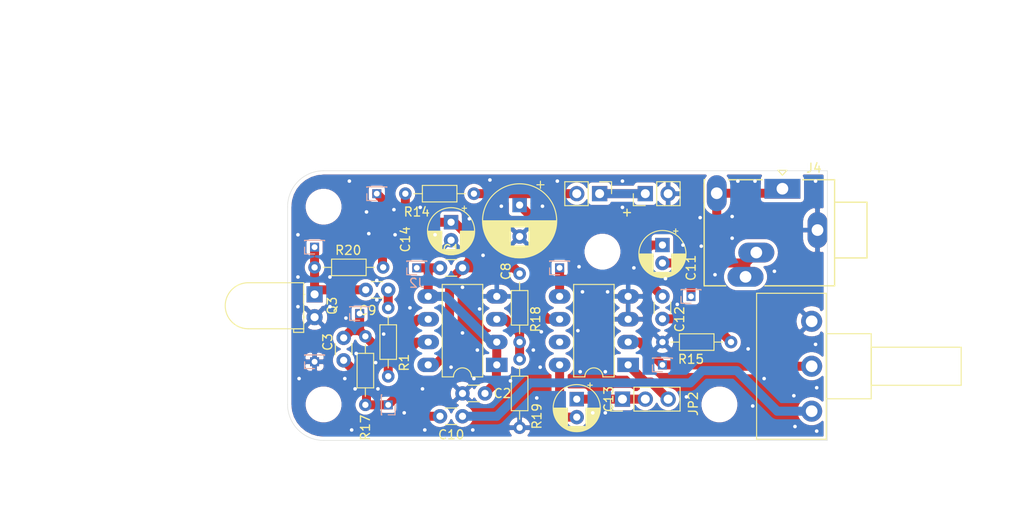
<source format=kicad_pcb>
(kicad_pcb (version 20171130) (host pcbnew 5.1.9+dfsg1-1)
  (layers (0 F.Cu signal) (31 B.Cu signal) (34 B.Paste user) (35 F.Paste user) (36 B.SilkS user) (37 F.SilkS user) (38 B.Mask user) (39 F.Mask user) (44 Edge.Cuts user))
  (net 0 "")
  (net 1 "Net-(C9-Pad1)")
  (net 2 "Net-(C10-Pad1)")
  (net 3 "Net-(C12-Pad2)")
  (net 4 "Net-(C13-Pad1)")
  (net 5 "Net-(C13-Pad2)")
  (net 6 "Net-(JP2-Pad3)")
  (net 7 "Net-(R18-Pad2)")
  (net 8 VCC)
  (net 9 TP4)
  (net 10 TP6)
  (net 11 TP8)
  (net 12 TP9)
  (net 13 TP2)
  (net 14 TP3)
  (net 15 TP5)
  (net 16 GND)
  (net 17 VEE)
  (net 18 TP7)
  (module Package_DIP:DIP-8_W7.62mm_LongPads (layer F.Cu) (at 109.855 101.6 180)
    (fp_text reference U2 hide)
    (fp_text value LM386)
    (pad 8 thru_hole oval (at 7.62 0 180) (size 2.4 1.6) (drill 0.8) (layers *.Cu *.Mask) (net 5 "Net-(C13-Pad2)"))
    (pad 4 thru_hole oval (at 0 7.62 180) (size 2.4 1.6) (drill 0.8) (layers *.Cu *.Mask) (net 16 GND))
    (pad 7 thru_hole oval (at 7.62 2.54 180) (size 2.4 1.6) (drill 0.8) (layers *.Cu *.Mask))
    (pad 3 thru_hole oval (at 0 5.08 180) (size 2.4 1.6) (drill 0.8) (layers *.Cu *.Mask) (net 16 GND))
    (pad 6 thru_hole oval (at 7.62 5.08 180) (size 2.4 1.6) (drill 0.8) (layers *.Cu *.Mask) (net 17 VEE))
    (pad 2 thru_hole oval (at 0 2.54 180) (size 2.4 1.6) (drill 0.8) (layers *.Cu *.Mask) (net 18 TP7))
    (pad 5 thru_hole oval (at 7.62 7.62 180) (size 2.4 1.6) (drill 0.8) (layers *.Cu *.Mask) (net 11 TP8))
    (pad 1 thru_hole rect (at 0 0 180) (size 2.4 1.6) (drill 0.8) (layers *.Cu *.Mask) (net 6 "Net-(JP2-Pad3)"))
  )
  (module Capacitor_THT:CP_Radial_D5.0mm_P2.00mm (layer F.Cu) (at 113.665 88.265 270)
    (fp_text reference C11 (at 2.54 -3.175 270) (layer F.SilkS))
    (fp_text value 100µ)
    (pad 1 thru_hole rect (at 0 0 270) (size 1.6 1.6) (drill 0.8) (layers *.Cu *.Mask) (net 11 TP8))
    (pad 2 thru_hole circle (at 2 0 270) (size 1.6 1.6) (drill 0.8) (layers *.Cu *.Mask) (net 12 TP9))
  )
  (module Connector_PinHeader_2.54mm:PinHeader_1x02_P2.54mm_Vertical (layer F.Cu) (at 111.76 82.55 90)
    (fp_text reference BT1 hide)
    (fp_text value Battery)
    (pad 1 thru_hole rect (at 0 0 90) (size 1.7 1.7) (drill 1) (layers *.Cu *.Mask) (net 8 VCC))
    (pad 2 thru_hole oval (at 0 2.54 90) (size 1.7 1.7) (drill 1) (layers *.Cu *.Mask) (net 16 GND))
  )
  (module Capacitor_THT:C_Disc_D3.0mm_W1.6mm_P2.50mm (layer F.Cu) (at 83.185 93.25 180)
    (fp_text reference C9 (at 2.286 -2.286) (layer F.SilkS))
    (fp_text value 150n)
    (pad 1 thru_hole circle (at 0 0 180) (size 1.6 1.6) (drill 0.8) (layers *.Cu *.Mask) (net 1 "Net-(C9-Pad1)"))
    (pad 2 thru_hole circle (at 2.5 0 180) (size 1.6 1.6) (drill 0.8) (layers *.Cu *.Mask) (net 9 TP4))
  )
  (module Capacitor_THT:C_Disc_D3.0mm_W1.6mm_P2.50mm (layer F.Cu) (at 91.44 107.315 180)
    (fp_text reference C10 (at 1.25 -2.05) (layer F.SilkS))
    (fp_text value 330n)
    (pad 1 thru_hole circle (at 0 0 180) (size 1.6 1.6) (drill 0.8) (layers *.Cu *.Mask) (net 2 "Net-(C10-Pad1)"))
    (pad 2 thru_hole circle (at 2.5 0 180) (size 1.6 1.6) (drill 0.8) (layers *.Cu *.Mask) (net 10 TP6))
  )
  (module Capacitor_THT:C_Disc_D3.0mm_W1.6mm_P2.50mm (layer F.Cu) (at 113.665 93.98 270)
    (fp_text reference C12 (at 2.54 -1.905 90) (layer F.SilkS))
    (fp_text value 47n)
    (pad 2 thru_hole circle (at 2.5 0 270) (size 1.6 1.6) (drill 0.8) (layers *.Cu *.Mask) (net 3 "Net-(C12-Pad2)"))
    (pad 1 thru_hole circle (at 0 0 270) (size 1.6 1.6) (drill 0.8) (layers *.Cu *.Mask) (net 11 TP8))
  )
  (module Connector_Audio:Jack_3.5mm_Ledino_KB3SPRS_Horizontal (layer F.Cu) (at 127 82 180)
    (fp_text reference J4 (at -3.5 2.3) (layer F.SilkS))
    (fp_text value buchse)
    (pad T thru_hole rect (at 0 0 180) (size 4 2.2) (drill 1.3) (layers *.Cu *.Mask) (net 12 TP9))
    (pad TN thru_hole oval (at 7.3 -0.5 270) (size 4 2.2) (drill 1.3) (layers *.Cu *.Mask) (net 12 TP9))
    (pad RN thru_hole oval (at 2.9 -7.1 180) (size 4 2.2) (drill 1.3) (layers *.Cu *.Mask) (net 12 TP9))
    (pad R thru_hole oval (at 4.1 -9.8 180) (size 4 2.2) (drill 1.3) (layers *.Cu *.Mask) (net 12 TP9))
    (pad S thru_hole oval (at -3.9 -4.6 180) (size 2.2 4) (drill 1.3) (layers *.Cu *.Mask) (net 16 GND))
  )
  (module Connector_PinHeader_2.54mm:PinHeader_1x03_P2.54mm_Vertical (layer F.Cu) (at 109.22 105.41 90)
    (fp_text reference JP2 (at -0.508 7.874 90) (layer F.SilkS))
    (fp_text value gain hide)
    (pad 1 thru_hole rect (at 0 0 90) (size 1.7 1.7) (drill 1) (layers *.Cu *.Mask) (net 4 "Net-(C13-Pad1)"))
    (pad 2 thru_hole oval (at 0 2.54 90) (size 1.7 1.7) (drill 1) (layers *.Cu *.Mask) (net 4 "Net-(C13-Pad1)"))
    (pad 3 thru_hole oval (at 0 5.08 90) (size 1.7 1.7) (drill 1) (layers *.Cu *.Mask) (net 6 "Net-(JP2-Pad3)"))
  )
  (module Resistor_THT:R_Axial_DIN0204_L3.6mm_D1.6mm_P7.62mm_Horizontal (layer F.Cu) (at 83.185 102.87 90)
    (fp_text reference R1 (at 1.524 1.778 90) (layer F.SilkS))
    (fp_text value 100k)
    (pad 2 thru_hole oval (at 7.62 0 90) (size 1.4 1.4) (drill 0.7) (layers *.Cu *.Mask) (net 1 "Net-(C9-Pad1)"))
    (pad 1 thru_hole circle (at 0 0 90) (size 1.4 1.4) (drill 0.7) (layers *.Cu *.Mask) (net 15 TP5))
  )
  (module Resistor_THT:R_Axial_DIN0204_L3.6mm_D1.6mm_P7.62mm_Horizontal (layer F.Cu) (at 92.71 82.55 180)
    (fp_text reference R14 (at 6.35 -2.032) (layer F.SilkS))
    (fp_text value 100)
    (pad 2 thru_hole oval (at 7.62 0 180) (size 1.4 1.4) (drill 0.7) (layers *.Cu *.Mask) (net 13 TP2))
    (pad 1 thru_hole circle (at 0 0 180) (size 1.4 1.4) (drill 0.7) (layers *.Cu *.Mask) (net 17 VEE))
  )
  (module Resistor_THT:R_Axial_DIN0204_L3.6mm_D1.6mm_P7.62mm_Horizontal (layer F.Cu) (at 113.665 99.06)
    (fp_text reference R15 (at 3.175 1.905) (layer F.SilkS))
    (fp_text value 10)
    (pad 1 thru_hole circle (at 0 0) (size 1.4 1.4) (drill 0.7) (layers *.Cu *.Mask) (net 16 GND))
    (pad 2 thru_hole oval (at 7.62 0) (size 1.4 1.4) (drill 0.7) (layers *.Cu *.Mask) (net 3 "Net-(C12-Pad2)"))
  )
  (module Resistor_THT:R_Axial_DIN0204_L3.6mm_D1.6mm_P7.62mm_Horizontal (layer F.Cu) (at 80.645 106.045 90)
    (fp_text reference R17 (at -2.54 0 90) (layer F.SilkS))
    (fp_text value 475k)
    (pad 2 thru_hole oval (at 7.62 0 90) (size 1.4 1.4) (drill 0.7) (layers *.Cu *.Mask) (net 15 TP5))
    (pad 1 thru_hole circle (at 0 0 90) (size 1.4 1.4) (drill 0.7) (layers *.Cu *.Mask) (net 10 TP6))
  )
  (module Resistor_THT:R_Axial_DIN0204_L3.6mm_D1.6mm_P7.62mm_Horizontal (layer F.Cu) (at 97.79 91.44 270)
    (fp_text reference R18 (at 5.08 -1.778 90) (layer F.SilkS))
    (fp_text value 1M)
    (pad 1 thru_hole circle (at 0 0 270) (size 1.4 1.4) (drill 0.7) (layers *.Cu *.Mask) (net 13 TP2))
    (pad 2 thru_hole oval (at 7.62 0 270) (size 1.4 1.4) (drill 0.7) (layers *.Cu *.Mask) (net 7 "Net-(R18-Pad2)"))
  )
  (module Resistor_THT:R_Axial_DIN0204_L3.6mm_D1.6mm_P7.62mm_Horizontal (layer F.Cu) (at 97.79 100.965 270)
    (fp_text reference R19 (at 6.35 -1.92 90) (layer F.SilkS))
    (fp_text value 1M)
    (pad 1 thru_hole circle (at 0 0 270) (size 1.4 1.4) (drill 0.7) (layers *.Cu *.Mask) (net 7 "Net-(R18-Pad2)"))
    (pad 2 thru_hole oval (at 7.62 0 270) (size 1.4 1.4) (drill 0.7) (layers *.Cu *.Mask) (net 16 GND))
  )
  (module Resistor_THT:R_Axial_DIN0204_L3.6mm_D1.6mm_P7.62mm_Horizontal (layer F.Cu) (at 82.62 90.75 180)
    (fp_text reference R20 (at 3.88 1.905) (layer F.SilkS))
    (fp_text value 12k)
    (pad 1 thru_hole circle (at 0 0 180) (size 1.4 1.4) (drill 0.7) (layers *.Cu *.Mask) (net 13 TP2))
    (pad 2 thru_hole oval (at 7.62 0 180) (size 1.4 1.4) (drill 0.7) (layers *.Cu *.Mask) (net 9 TP4))
  )
  (module Potentiometer_THT:Potentiometer_Piher_T-16H_Single_Horizontal (layer F.Cu) (at 130.25 106.75)
    (fp_text reference RV3 hide)
    (fp_text value 10k)
    (pad 3 thru_hole circle (at 0 -10) (size 2.34 2.34) (drill 1.3) (layers *.Cu *.Mask) (net 16 GND))
    (pad 2 thru_hole circle (at 0 -5) (size 2.34 2.34) (drill 1.3) (layers *.Cu *.Mask) (net 18 TP7))
    (pad 1 thru_hole circle (at 0 0) (size 2.34 2.34) (drill 1.3) (layers *.Cu *.Mask) (net 2 "Net-(C10-Pad1)"))
  )
  (module MountingHole:MountingHole_3.2mm_M3 (layer F.Cu) (at 76 84)
    (fp_text reference H1 hide)
    (fp_text value MountingHole hide)
    (pad 1 np_thru_hole circle (at 0 0) (size 3.2 3.2) (drill 3.2) (layers *.Cu *.Mask))
  )
  (module MountingHole:MountingHole_3.2mm_M3 (layer F.Cu) (at 76 106)
    (fp_text reference H2 hide)
    (fp_text value MountingHole hide)
    (pad 1 np_thru_hole circle (at 0 0) (size 3.2 3.2) (drill 3.2) (layers *.Cu *.Mask))
  )
  (module MountingHole:MountingHole_3.2mm_M3 (layer F.Cu) (at 120 106)
    (fp_text reference H3 hide)
    (fp_text value MountingHole hide)
    (pad 1 np_thru_hole circle (at 0 0) (size 3.2 3.2) (drill 3.2) (layers *.Cu *.Mask))
  )
  (module MountingHole:MountingHole_3.2mm_M3 (layer F.Cu) (at 107 89)
    (fp_text reference H4 hide)
    (fp_text value MountingHole hide)
    (pad 1 np_thru_hole circle (at 0 0) (size 3.2 3.2) (drill 3.2) (layers *.Cu *.Mask))
  )
  (module Connector_PinHeader_1.27mm:PinHeader_1x01_P1.27mm_Vertical (layer B.Cu) (at 102.235 90.805)
    (fp_text reference J1 hide)
    (fp_text value TP8)
    (pad 1 thru_hole rect (at 0 0) (size 1 1) (drill 0.65) (layers *.Cu *.Mask) (net 11 TP8))
  )
  (module Connector_PinHeader_1.27mm:PinHeader_1x01_P1.27mm_Vertical (layer B.Cu) (at 86.36 90.805)
    (fp_text reference J2 (at 0 1.695) (layer B.SilkS) (effects (justify mirror)))
    (fp_text value TP3)
    (pad 1 thru_hole rect (at 0 0) (size 1 1) (drill 0.65) (layers *.Cu *.Mask) (net 14 TP3))
  )
  (module Connector_PinHeader_1.27mm:PinHeader_1x01_P1.27mm_Vertical (layer B.Cu) (at 75 88.5)
    (fp_text reference J3 hide)
    (fp_text value TP4)
    (pad 1 thru_hole rect (at 0 0) (size 1 1) (drill 0.65) (layers *.Cu *.Mask) (net 9 TP4))
  )
  (module Connector_PinHeader_1.27mm:PinHeader_1x01_P1.27mm_Vertical (layer B.Cu) (at 81.915 82.55)
    (fp_text reference J5 hide)
    (fp_text value TP2)
    (pad 1 thru_hole rect (at 0 0) (size 1 1) (drill 0.65) (layers *.Cu *.Mask) (net 13 TP2))
  )
  (module Connector_PinHeader_1.27mm:PinHeader_1x01_P1.27mm_Vertical (layer B.Cu) (at 80.01 95.885)
    (fp_text reference J6 hide)
    (fp_text value TP5)
    (pad 1 thru_hole rect (at 0 0) (size 1 1) (drill 0.65) (layers *.Cu *.Mask) (net 15 TP5))
  )
  (module Connector_PinHeader_1.27mm:PinHeader_1x01_P1.27mm_Vertical (layer B.Cu) (at 113.665 101.6)
    (fp_text reference J7 hide)
    (fp_text value TP7)
    (pad 1 thru_hole rect (at 0 0) (size 1 1) (drill 0.65) (layers *.Cu *.Mask) (net 18 TP7))
  )
  (module Connector_PinHeader_1.27mm:PinHeader_1x01_P1.27mm_Vertical (layer B.Cu) (at 75 101.25)
    (fp_text reference J8 hide)
    (fp_text value TP1)
    (pad 1 thru_hole rect (at 0 0) (size 1 1) (drill 0.65) (layers *.Cu *.Mask) (net 16 GND))
  )
  (module Connector_PinHeader_1.27mm:PinHeader_1x01_P1.27mm_Vertical (layer B.Cu) (at 83.185 106.045 90)
    (fp_text reference J9 hide)
    (fp_text value TP6)
    (pad 1 thru_hole rect (at 0 0 90) (size 1 1) (drill 0.65) (layers *.Cu *.Mask) (net 10 TP6))
  )
  (module Connector_PinHeader_2.54mm:PinHeader_1x02_P2.54mm_Vertical (layer F.Cu) (at 106.68 82.55 270)
    (fp_text reference J10 hide)
    (fp_text value onoff)
    (pad 1 thru_hole rect (at 0 0 270) (size 1.7 1.7) (drill 1) (layers *.Cu *.Mask) (net 8 VCC))
    (pad 2 thru_hole oval (at 0 2.54 270) (size 1.7 1.7) (drill 1) (layers *.Cu *.Mask) (net 17 VEE))
  )
  (module Connector_PinHeader_1.27mm:PinHeader_1x01_P1.27mm_Vertical (layer B.Cu) (at 116.84 93.98)
    (fp_text reference J11 hide)
    (fp_text value TP9)
    (pad 1 thru_hole rect (at 0 0) (size 1 1) (drill 0.65) (layers *.Cu *.Mask) (net 12 TP9))
  )
  (module Package_DIP:DIP-8_W7.62mm_LongPads (layer F.Cu) (at 95.25 101.6 180)
    (fp_text reference U3 hide)
    (fp_text value LM358)
    (pad 1 thru_hole rect (at 0 0 180) (size 2.4 1.6) (drill 0.8) (layers *.Cu *.Mask) (net 14 TP3))
    (pad 5 thru_hole oval (at 7.62 7.62 180) (size 2.4 1.6) (drill 0.8) (layers *.Cu *.Mask) (net 14 TP3))
    (pad 2 thru_hole oval (at 0 2.54 180) (size 2.4 1.6) (drill 0.8) (layers *.Cu *.Mask) (net 14 TP3))
    (pad 6 thru_hole oval (at 7.62 5.08 180) (size 2.4 1.6) (drill 0.8) (layers *.Cu *.Mask) (net 15 TP5))
    (pad 3 thru_hole oval (at 0 5.08 180) (size 2.4 1.6) (drill 0.8) (layers *.Cu *.Mask) (net 7 "Net-(R18-Pad2)"))
    (pad 7 thru_hole oval (at 7.62 2.54 180) (size 2.4 1.6) (drill 0.8) (layers *.Cu *.Mask) (net 10 TP6))
    (pad 4 thru_hole oval (at 0 7.62 180) (size 2.4 1.6) (drill 0.8) (layers *.Cu *.Mask) (net 16 GND))
    (pad 8 thru_hole oval (at 7.62 0 180) (size 2.4 1.6) (drill 0.8) (layers *.Cu *.Mask) (net 13 TP2))
  )
  (module Capacitor_THT:CP_Radial_D8.0mm_P3.50mm (layer F.Cu) (at 97.79 83.82 270)
    (fp_text reference C8 (at 7.366 1.524 90) (layer F.SilkS))
    (fp_text value 470µ)
    (pad 1 thru_hole rect (at 0 0 270) (size 1.6 1.6) (drill 0.8) (layers *.Cu *.Mask) (net 17 VEE))
    (pad 2 thru_hole circle (at 3.5 0 270) (size 1.6 1.6) (drill 0.8) (layers *.Cu *.Mask) (net 16 GND))
  )
  (module Capacitor_THT:CP_Radial_D5.0mm_P2.00mm (layer F.Cu) (at 104.14 105.41 270)
    (fp_text reference C13 (at 0 -3.556 90) (layer F.SilkS))
    (fp_text value 10µ)
    (pad 2 thru_hole circle (at 2 0 270) (size 1.6 1.6) (drill 0.8) (layers *.Cu *.Mask) (net 5 "Net-(C13-Pad2)"))
    (pad 1 thru_hole rect (at 0 0 270) (size 1.6 1.6) (drill 0.8) (layers *.Cu *.Mask) (net 4 "Net-(C13-Pad1)"))
  )
  (module Capacitor_THT:CP_Radial_D5.0mm_P2.00mm (layer F.Cu) (at 90.17 85.725 270)
    (fp_text reference C14 (at 1.905 5.08 90) (layer F.SilkS))
    (fp_text value 47µ)
    (pad 1 thru_hole rect (at 0 0 270) (size 1.6 1.6) (drill 0.8) (layers *.Cu *.Mask) (net 13 TP2))
    (pad 2 thru_hole circle (at 2 0 270) (size 1.6 1.6) (drill 0.8) (layers *.Cu *.Mask) (net 16 GND))
  )
  (module Capacitor_THT:C_Disc_D3.0mm_W1.6mm_P2.50mm (layer F.Cu) (at 88.94 90.805)
    (fp_text reference C1 (at 1.25 -2.05) (layer F.SilkS))
    (fp_text value 100n)
    (pad 1 thru_hole circle (at 0 0) (size 1.6 1.6) (drill 0.8) (layers *.Cu *.Mask) (net 14 TP3))
    (pad 2 thru_hole circle (at 2.5 0) (size 1.6 1.6) (drill 0.8) (layers *.Cu *.Mask) (net 13 TP2))
  )
  (module Capacitor_THT:C_Disc_D3.0mm_W1.6mm_P2.50mm (layer F.Cu) (at 91.44 104.775)
    (fp_text reference C2 (at 4.445 0) (layer F.SilkS))
    (fp_text value 100n)
    (pad 2 thru_hole circle (at 2.5 0) (size 1.6 1.6) (drill 0.8) (layers *.Cu *.Mask) (net 14 TP3))
    (pad 1 thru_hole circle (at 0 0) (size 1.6 1.6) (drill 0.8) (layers *.Cu *.Mask) (net 16 GND))
  )
  (module LED_THT:LED_D5.0mm_Horizontal_O1.27mm_Z3.0mm_Clear (layer F.Cu) (at 75 93.75 270)
    (fp_text reference Q3 (at 1.27 -1.96 90) (layer F.SilkS))
    (fp_text value BPW40)
    (pad 1 thru_hole rect (at 0 0 270) (size 1.8 1.8) (drill 0.9) (layers *.Cu *.Mask) (net 9 TP4))
    (pad 2 thru_hole circle (at 2.54 0 270) (size 1.8 1.8) (drill 0.9) (layers *.Cu *.Mask) (net 16 GND))
  )
  (module Capacitor_THT:C_Disc_D3.0mm_W1.6mm_P2.50mm (layer F.Cu) (at 78.232 101.092 90)
    (fp_text reference C3 (at 2.032 -1.778 90) (layer F.SilkS))
    (fp_text value opt hide)
    (pad 1 thru_hole circle (at 0 0 90) (size 1.6 1.6) (drill 0.8) (layers *.Cu *.Mask) (net 10 TP6))
    (pad 2 thru_hole circle (at 2.5 0 90) (size 1.6 1.6) (drill 0.8) (layers *.Cu *.Mask) (net 15 TP5))
  )
  (gr_line (start 76 110) (end 132 110) (layer Edge.Cuts) (width 0.05))
  (gr_line (start 132 80) (end 132 110) (layer Edge.Cuts) (width 0.05))
  (gr_line (start 76 80) (end 132 80) (layer Edge.Cuts) (width 0.05))
  (gr_line (start 72 106) (end 72 84) (layer Edge.Cuts) (width 0.05))
  (gr_arc (start 76 106) (end 72 106) (angle -90) (layer Edge.Cuts) (width 0.05))
  (gr_arc (start 76 84) (end 76 80) (angle -90) (layer Edge.Cuts) (width 0.05))
  (gr_text + (at 109.728 84.582) (layer F.SilkS) (effects (font (size 1 1))))
  (segment (start 83.185 93.25) (end 83.185 95.25) (width 1) (layer F.Cu) (net 1))
  (segment (start 95.25 107.315) (end 98.965001 103.599999) (width 1) (layer B.Cu) (net 2))
  (segment (start 91.44 107.315) (end 95.25 107.315) (width 1) (layer B.Cu) (net 2))
  (segment (start 126.435 106.75) (end 130.25 106.75) (width 1) (layer B.Cu) (net 2))
  (segment (start 116.745001 103.599999) (end 118.11 102.235) (width 1) (layer B.Cu) (net 2))
  (segment (start 98.965001 103.599999) (end 116.745001 103.599999) (width 1) (layer B.Cu) (net 2))
  (segment (start 118.11 102.235) (end 121.92 102.235) (width 1) (layer B.Cu) (net 2))
  (segment (start 121.92 102.235) (end 126.435 106.75) (width 1) (layer B.Cu) (net 2))
  (segment (start 118.705 96.48) (end 121.285 99.06) (width 1) (layer F.Cu) (net 3))
  (segment (start 113.665 96.48) (end 118.705 96.48) (width 1) (layer F.Cu) (net 3))
  (segment (start 104.14 105.41) (end 109.22 105.41) (width 1) (layer F.Cu) (net 4))
  (segment (start 109.22 105.41) (end 111.76 105.41) (width 1) (layer F.Cu) (net 4))
  (segment (start 102.965 107.41) (end 104.14 107.41) (width 1) (layer F.Cu) (net 5))
  (segment (start 102.235 101.6) (end 102.235 106.68) (width 1) (layer F.Cu) (net 5))
  (segment (start 102.235 106.68) (end 102.965 107.41) (width 1) (layer F.Cu) (net 5))
  (segment (start 112.395 103.505) (end 114.3 105.41) (width 1) (layer F.Cu) (net 6))
  (segment (start 109.855 101.6) (end 111.76 103.505) (width 1) (layer F.Cu) (net 6))
  (segment (start 111.76 103.505) (end 112.395 103.505) (width 1) (layer F.Cu) (net 6))
  (segment (start 97.79 100.965) (end 97.79 99.06) (width 1) (layer F.Cu) (net 7))
  (segment (start 96.239949 96.52) (end 95.25 96.52) (width 1) (layer F.Cu) (net 7))
  (segment (start 97.79 99.06) (end 97.79 98.070051) (width 1) (layer F.Cu) (net 7))
  (segment (start 97.79 98.070051) (end 96.239949 96.52) (width 1) (layer F.Cu) (net 7))
  (segment (start 111.76 82.55) (end 106.68 82.55) (width 1) (layer F.Cu) (net 8))
  (segment (start 106.68 82.55) (end 111.76 82.55) (width 1) (layer B.Cu) (net 8))
  (segment (start 75.5 93.25) (end 75 93.75) (width 1) (layer F.Cu) (net 9))
  (segment (start 80.685 93.25) (end 75.5 93.25) (width 1) (layer F.Cu) (net 9))
  (segment (start 75 90.75) (end 75 93.75) (width 1) (layer F.Cu) (net 9))
  (segment (start 75 90.75) (end 75 88.5) (width 1) (layer F.Cu) (net 9))
  (segment (start 80.645 106.045) (end 83.185 106.045) (width 1) (layer F.Cu) (net 10))
  (segment (start 83.185 106.045) (end 85.09 104.14) (width 1) (layer F.Cu) (net 10))
  (segment (start 85.09 104.14) (end 85.09 100.33) (width 1) (layer F.Cu) (net 10))
  (segment (start 86.36 99.06) (end 87.63 99.06) (width 1) (layer F.Cu) (net 10))
  (segment (start 85.09 100.33) (end 86.36 99.06) (width 1) (layer F.Cu) (net 10))
  (segment (start 85.09 104.14) (end 85.09 104.775) (width 1) (layer F.Cu) (net 10))
  (segment (start 87.63 107.315) (end 88.94 107.315) (width 1) (layer F.Cu) (net 10))
  (segment (start 85.09 104.775) (end 87.63 107.315) (width 1) (layer F.Cu) (net 10))
  (segment (start 78.232 101.092) (end 80.772 103.632) (width 1) (layer F.Cu) (net 10))
  (segment (start 80.772 105.918) (end 80.645 106.045) (width 1) (layer F.Cu) (net 10))
  (segment (start 80.772 103.632) (end 80.772 105.918) (width 1) (layer F.Cu) (net 10))
  (segment (start 113.665 93.98) (end 111.76 92.075) (width 1) (layer F.Cu) (net 11))
  (segment (start 111.76 92.075) (end 102.235 92.075) (width 1) (layer F.Cu) (net 11))
  (segment (start 102.235 92.075) (end 102.235 90.805) (width 1) (layer F.Cu) (net 11))
  (segment (start 102.235 92.075) (end 102.235 93.98) (width 1) (layer F.Cu) (net 11))
  (segment (start 111.76 92.075) (end 111.76 88.9) (width 1) (layer F.Cu) (net 11))
  (segment (start 111.76 88.9) (end 112.395 88.265) (width 1) (layer F.Cu) (net 11))
  (segment (start 112.395 88.265) (end 113.665 88.265) (width 1) (layer F.Cu) (net 11))
  (segment (start 122.9 92.35) (end 122.9 91.73) (width 1) (layer F.Cu) (net 12))
  (segment (start 122.935 90.265) (end 124.1 89.1) (width 1) (layer F.Cu) (net 12))
  (segment (start 122.935 91.765) (end 122.9 91.8) (width 1) (layer F.Cu) (net 12))
  (segment (start 122.935 90.265) (end 122.935 91.765) (width 1) (layer F.Cu) (net 12))
  (segment (start 116.84 90.805) (end 117.38 90.265) (width 1) (layer F.Cu) (net 12))
  (segment (start 113.665 90.265) (end 117.38 90.265) (width 1) (layer F.Cu) (net 12))
  (segment (start 116.84 93.98) (end 116.84 90.805) (width 1) (layer F.Cu) (net 12))
  (segment (start 119.7 89.405) (end 118.84 90.265) (width 1) (layer F.Cu) (net 12))
  (segment (start 119.7 82.5) (end 119.7 89.405) (width 1) (layer F.Cu) (net 12))
  (segment (start 117.38 90.265) (end 118.84 90.265) (width 1) (layer F.Cu) (net 12))
  (segment (start 118.84 90.265) (end 122.935 90.265) (width 1) (layer F.Cu) (net 12))
  (segment (start 126.5 82.5) (end 127 82) (width 1) (layer F.Cu) (net 12))
  (segment (start 119.7 82.5) (end 126.5 82.5) (width 1) (layer F.Cu) (net 12))
  (segment (start 82.55 90.68) (end 82.62 90.75) (width 1) (layer F.Cu) (net 13))
  (segment (start 82.55 85.725) (end 82.55 90.68) (width 1) (layer F.Cu) (net 13))
  (segment (start 82.55 83.185) (end 81.915 82.55) (width 1) (layer F.Cu) (net 13))
  (segment (start 82.55 85.725) (end 82.55 83.185) (width 1) (layer F.Cu) (net 13))
  (segment (start 85.09 85.09) (end 85.725 85.725) (width 1) (layer F.Cu) (net 13))
  (segment (start 85.09 82.55) (end 85.09 85.09) (width 1) (layer F.Cu) (net 13))
  (segment (start 90.17 85.725) (end 85.725 85.725) (width 1) (layer F.Cu) (net 13))
  (segment (start 85.725 85.725) (end 82.55 85.725) (width 1) (layer F.Cu) (net 13))
  (segment (start 92.239999 90.005001) (end 91.44 90.805) (width 1) (layer F.Cu) (net 13))
  (segment (start 92.239999 87.426997) (end 92.239999 90.005001) (width 1) (layer F.Cu) (net 13))
  (segment (start 90.17 85.725) (end 90.538002 85.725) (width 1) (layer F.Cu) (net 13))
  (segment (start 90.538002 85.725) (end 92.239999 87.426997) (width 1) (layer F.Cu) (net 13))
  (segment (start 97.155 90.805) (end 97.79 91.44) (width 1) (layer F.Cu) (net 13))
  (segment (start 91.44 90.805) (end 97.155 90.805) (width 1) (layer F.Cu) (net 13))
  (segment (start 87.63 101.6) (end 88.4 101.6) (width 1) (layer F.Cu) (net 13))
  (segment (start 88.4 101.6) (end 90 100) (width 1) (layer F.Cu) (net 13))
  (segment (start 90 92.245) (end 91.44 90.805) (width 1) (layer F.Cu) (net 13))
  (segment (start 90 100) (end 90 92.245) (width 1) (layer F.Cu) (net 13))
  (segment (start 93.94 104.775) (end 95.21 103.505) (width 1) (layer F.Cu) (net 14))
  (segment (start 95.21 101.64) (end 95.25 101.6) (width 1) (layer F.Cu) (net 14))
  (segment (start 95.21 103.505) (end 95.21 101.64) (width 1) (layer F.Cu) (net 14))
  (segment (start 95.25 101.6) (end 95.25 99.06) (width 1) (layer F.Cu) (net 14))
  (segment (start 87.63 90.805) (end 87.63 93.98) (width 1) (layer F.Cu) (net 14))
  (segment (start 87.63 90.805) (end 86.36 90.805) (width 1) (layer F.Cu) (net 14))
  (segment (start 88.94 90.805) (end 87.63 90.805) (width 1) (layer F.Cu) (net 14))
  (segment (start 87.63 93.98) (end 89.535 93.98) (width 1) (layer B.Cu) (net 14))
  (segment (start 89.535 93.98) (end 94.615 99.06) (width 1) (layer B.Cu) (net 14))
  (segment (start 94.615 99.06) (end 95.25 99.06) (width 1) (layer B.Cu) (net 14))
  (segment (start 80.01 97.79) (end 80.645 98.425) (width 1) (layer F.Cu) (net 15))
  (segment (start 80.01 95.885) (end 80.01 97.79) (width 1) (layer F.Cu) (net 15))
  (segment (start 86.48 96.52) (end 83.185 99.815) (width 1) (layer F.Cu) (net 15))
  (segment (start 83.185 102.87) (end 83.185 99.815) (width 1) (layer F.Cu) (net 15))
  (segment (start 82.035 99.815) (end 80.645 98.425) (width 1) (layer F.Cu) (net 15))
  (segment (start 83.185 99.815) (end 82.035 99.815) (width 1) (layer F.Cu) (net 15))
  (segment (start 79.034 97.79) (end 80.01 97.79) (width 1) (layer F.Cu) (net 15))
  (segment (start 78.232 98.592) (end 79.034 97.79) (width 1) (layer F.Cu) (net 15))
  (segment (start 87.63 96.52) (end 86.48 96.52) (width 1) (layer F.Cu) (net 15))
  (segment (start 75 96.29) (end 75 96.45) (width 1) (layer F.Cu) (net 16))
  (via (at 99.695 105.283) (size 0.8) (drill 0.4) (layers F.Cu B.Cu) (net 16))
  (via (at 100.076 101.854) (size 0.8) (drill 0.4) (layers F.Cu B.Cu) (net 16))
  (via (at 96.774 103.378) (size 0.8) (drill 0.4) (layers F.Cu B.Cu) (net 16))
  (via (at 107.315 102.362) (size 0.8) (drill 0.4) (layers F.Cu B.Cu) (net 16))
  (via (at 104.521 102.362) (size 0.8) (drill 0.4) (layers F.Cu B.Cu) (net 16))
  (via (at 105.918 106.934) (size 0.8) (drill 0.4) (layers F.Cu B.Cu) (net 16))
  (via (at 107.315 106.934) (size 0.8) (drill 0.4) (layers F.Cu B.Cu) (net 16))
  (via (at 116.332 105.156) (size 0.8) (drill 0.4) (layers F.Cu B.Cu) (net 16))
  (via (at 124.968 103.124) (size 0.8) (drill 0.4) (layers F.Cu B.Cu) (net 16))
  (via (at 123.698 106.172) (size 0.8) (drill 0.4) (layers F.Cu B.Cu) (net 16))
  (via (at 128.397 108.458) (size 0.8) (drill 0.4) (layers F.Cu B.Cu) (net 16))
  (via (at 128.27 105.029) (size 0.8) (drill 0.4) (layers F.Cu B.Cu) (net 16))
  (via (at 130.81 104.14) (size 0.8) (drill 0.4) (layers F.Cu B.Cu) (net 16))
  (via (at 130.81 108.966) (size 0.8) (drill 0.4) (layers F.Cu B.Cu) (net 16))
  (via (at 130.683 99.314) (size 0.8) (drill 0.4) (layers F.Cu B.Cu) (net 16))
  (via (at 123.19 99.822) (size 0.8) (drill 0.4) (layers F.Cu B.Cu) (net 16))
  (via (at 104.394 90.678) (size 0.8) (drill 0.4) (layers F.Cu B.Cu) (net 16))
  (via (at 110.49 90.805) (size 0.8) (drill 0.4) (layers F.Cu B.Cu) (net 16))
  (via (at 104.775 93.472) (size 0.8) (drill 0.4) (layers F.Cu B.Cu) (net 16))
  (via (at 107.569 93.472) (size 0.8) (drill 0.4) (layers F.Cu B.Cu) (net 16))
  (via (at 93.726 89.408) (size 0.8) (drill 0.4) (layers F.Cu B.Cu) (net 16))
  (via (at 91.44 92.964) (size 0.8) (drill 0.4) (layers F.Cu B.Cu) (net 16))
  (via (at 83.947 87.122) (size 0.8) (drill 0.4) (layers F.Cu B.Cu) (net 16))
  (via (at 81.026 86.995) (size 0.8) (drill 0.4) (layers F.Cu B.Cu) (net 16))
  (via (at 83.82 84.328) (size 0.8) (drill 0.4) (layers F.Cu B.Cu) (net 16))
  (via (at 80.772 84.582) (size 0.8) (drill 0.4) (layers F.Cu B.Cu) (net 16))
  (via (at 86.741 84.074) (size 0.8) (drill 0.4) (layers F.Cu B.Cu) (net 16))
  (via (at 76.708 91.821) (size 0.8) (drill 0.4) (layers F.Cu B.Cu) (net 16))
  (via (at 76.708 95.123) (size 0.8) (drill 0.4) (layers F.Cu B.Cu) (net 16))
  (via (at 73.152 91.821) (size 0.8) (drill 0.4) (layers F.Cu B.Cu) (net 16))
  (via (at 73.152 95.123) (size 0.8) (drill 0.4) (layers F.Cu B.Cu) (net 16))
  (via (at 82.677 98.171) (size 0.8) (drill 0.4) (layers F.Cu B.Cu) (net 16))
  (via (at 81.788 101.346) (size 0.8) (drill 0.4) (layers F.Cu B.Cu) (net 16))
  (via (at 84.963 106.934) (size 0.8) (drill 0.4) (layers F.Cu B.Cu) (net 16))
  (via (at 86.995 104.267) (size 0.8) (drill 0.4) (layers F.Cu B.Cu) (net 16))
  (via (at 92.583 108.839) (size 0.8) (drill 0.4) (layers F.Cu B.Cu) (net 16))
  (via (at 87.249 108.839) (size 0.8) (drill 0.4) (layers F.Cu B.Cu) (net 16))
  (via (at 92.71 103.124) (size 0.8) (drill 0.4) (layers F.Cu B.Cu) (net 16))
  (via (at 90.17 101.854) (size 0.8) (drill 0.4) (layers F.Cu B.Cu) (net 16))
  (via (at 91.44 98.044) (size 0.8) (drill 0.4) (layers F.Cu B.Cu) (net 16))
  (via (at 122.047 81.153) (size 0.8) (drill 0.4) (layers F.Cu B.Cu) (net 16))
  (via (at 123.952 81.153) (size 0.8) (drill 0.4) (layers F.Cu B.Cu) (net 16))
  (via (at 121.412 85.09) (size 0.8) (drill 0.4) (layers F.Cu B.Cu) (net 16))
  (via (at 121.412 87.503) (size 0.8) (drill 0.4) (layers F.Cu B.Cu) (net 16))
  (via (at 117.856 85.217) (size 0.8) (drill 0.4) (layers F.Cu B.Cu) (net 16))
  (via (at 117.983 88.392) (size 0.8) (drill 0.4) (layers F.Cu B.Cu) (net 16))
  (via (at 115.951 88.265) (size 0.8) (drill 0.4) (layers F.Cu B.Cu) (net 16))
  (via (at 109.22 81.153) (size 0.8) (drill 0.4) (layers F.Cu B.Cu) (net 16))
  (via (at 101.981 81.153) (size 0.8) (drill 0.4) (layers F.Cu B.Cu) (net 16))
  (via (at 94.488 81.026) (size 0.8) (drill 0.4) (layers F.Cu B.Cu) (net 16))
  (via (at 100.33 83.947) (size 0.8) (drill 0.4) (layers F.Cu B.Cu) (net 16))
  (via (at 95.758 83.947) (size 0.8) (drill 0.4) (layers F.Cu B.Cu) (net 16))
  (via (at 88.392 87.122) (size 0.8) (drill 0.4) (layers F.Cu B.Cu) (net 16))
  (via (at 92.202 85.344) (size 0.8) (drill 0.4) (layers F.Cu B.Cu) (net 16))
  (via (at 119.507 91.567) (size 0.8) (drill 0.4) (layers F.Cu B.Cu) (net 16))
  (via (at 126.111 91.186) (size 0.8) (drill 0.4) (layers F.Cu B.Cu) (net 16))
  (via (at 130.683 81.153) (size 0.8) (drill 0.4) (layers F.Cu B.Cu) (net 16))
  (via (at 78.867 81.153) (size 0.8) (drill 0.4) (layers F.Cu B.Cu) (net 16))
  (via (at 73.152 87.122) (size 0.8) (drill 0.4) (layers F.Cu B.Cu) (net 16))
  (via (at 73.279 103.124) (size 0.8) (drill 0.4) (layers F.Cu B.Cu) (net 16))
  (via (at 79.121 108.839) (size 0.8) (drill 0.4) (layers F.Cu B.Cu) (net 16))
  (via (at 114 92) (size 0.8) (drill 0.4) (layers F.Cu B.Cu) (net 16))
  (via (at 115.316 94.869) (size 0.8) (drill 0.4) (layers F.Cu B.Cu) (net 16))
  (via (at 79.502 104.267) (size 0.8) (drill 0.4) (layers F.Cu B.Cu) (net 16))
  (via (at 78.359 103.124) (size 0.8) (drill 0.4) (layers F.Cu B.Cu) (net 16))
  (via (at 82.042 104.267) (size 0.8) (drill 0.4) (layers F.Cu B.Cu) (net 16))
  (via (at 79.629 100.33) (size 0.8) (drill 0.4) (layers F.Cu B.Cu) (net 16))
  (via (at 78.486 96.393) (size 0.8) (drill 0.4) (layers F.Cu B.Cu) (net 16))
  (via (at 93.091 99.949) (size 0.8) (drill 0.4) (layers F.Cu B.Cu) (net 16))
  (via (at 93.345 95.377) (size 0.8) (drill 0.4) (layers F.Cu B.Cu) (net 16))
  (via (at 99.314 99.949) (size 0.8) (drill 0.4) (layers F.Cu B.Cu) (net 16))
  (via (at 100.203 97.917) (size 0.8) (drill 0.4) (layers F.Cu B.Cu) (net 16))
  (via (at 104.267 97.79) (size 0.8) (drill 0.4) (layers F.Cu B.Cu) (net 16))
  (via (at 85.598 95.25) (size 0.8) (drill 0.4) (layers F.Cu B.Cu) (net 16))
  (via (at 81.915 94.361) (size 0.8) (drill 0.4) (layers F.Cu B.Cu) (net 16))
  (via (at 81.915 92.202) (size 0.8) (drill 0.4) (layers F.Cu B.Cu) (net 16))
  (via (at 109.22 84.074) (size 0.8) (drill 0.4) (layers F.Cu B.Cu) (net 16))
  (segment (start 97.79 83.82) (end 97.79 82.55) (width 1) (layer F.Cu) (net 17))
  (segment (start 97.79 82.55) (end 104.14 82.55) (width 1) (layer F.Cu) (net 17))
  (segment (start 92.71 82.55) (end 97.79 82.55) (width 1) (layer F.Cu) (net 17))
  (segment (start 99.390001 94.945001) (end 99.390001 85.420001) (width 1) (layer F.Cu) (net 17))
  (segment (start 99.390001 85.420001) (end 97.79 83.82) (width 1) (layer F.Cu) (net 17))
  (segment (start 100.965 96.52) (end 99.390001 94.945001) (width 1) (layer F.Cu) (net 17))
  (segment (start 102.235 96.52) (end 100.965 96.52) (width 1) (layer F.Cu) (net 17))
  (segment (start 111.125 99.06) (end 113.665 101.6) (width 1) (layer F.Cu) (net 18))
  (segment (start 109.855 99.06) (end 111.125 99.06) (width 1) (layer F.Cu) (net 18))
  (segment (start 122.334398 101.75) (end 130.25 101.75) (width 1) (layer F.Cu) (net 18))
  (segment (start 113.665 101.6) (end 122.184398 101.6) (width 1) (layer F.Cu) (net 18))
  (segment (start 122.184398 101.6) (end 122.334398 101.75) (width 1) (layer F.Cu) (net 18))
  (zone (net 16) (net_name GND) (layer F.Cu) (connect_pads (clearance 0.4)) (min_thickness 0.254) (fill yes (arc_segments 32) (thermal_gap 0.508) (thermal_bridge_width 0.508))
    (polygon (pts (xy 132 110) (xy 72 110) (xy 72 80) (xy 132 80)))
  )
  (zone (net 16) (net_name GND) (layer B.Cu) (connect_pads (clearance 0.4)) (min_thickness 0.254) (fill yes (arc_segments 32) (thermal_gap 0.508) (thermal_bridge_width 0.508))
    (polygon (pts (xy 132 110) (xy 72 110) (xy 72 80) (xy 132 80)))
  )
)
</source>
